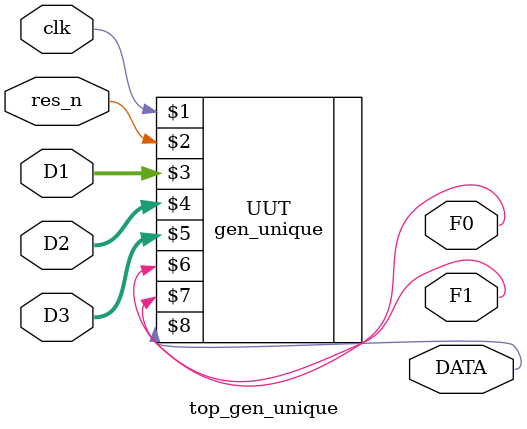
<source format=sv>
module top_gen_unique (clk, res_n, D1, D2, D3, F0, F1, DATA);
									
input logic 		 clk, res_n;
input logic [15:0] D1, D2, D3;
output logic			  F0, F1, DATA;

gen_unique UUT (clk, res_n, D1, D2, D3, F0, F1, DATA);

endmodule
</source>
